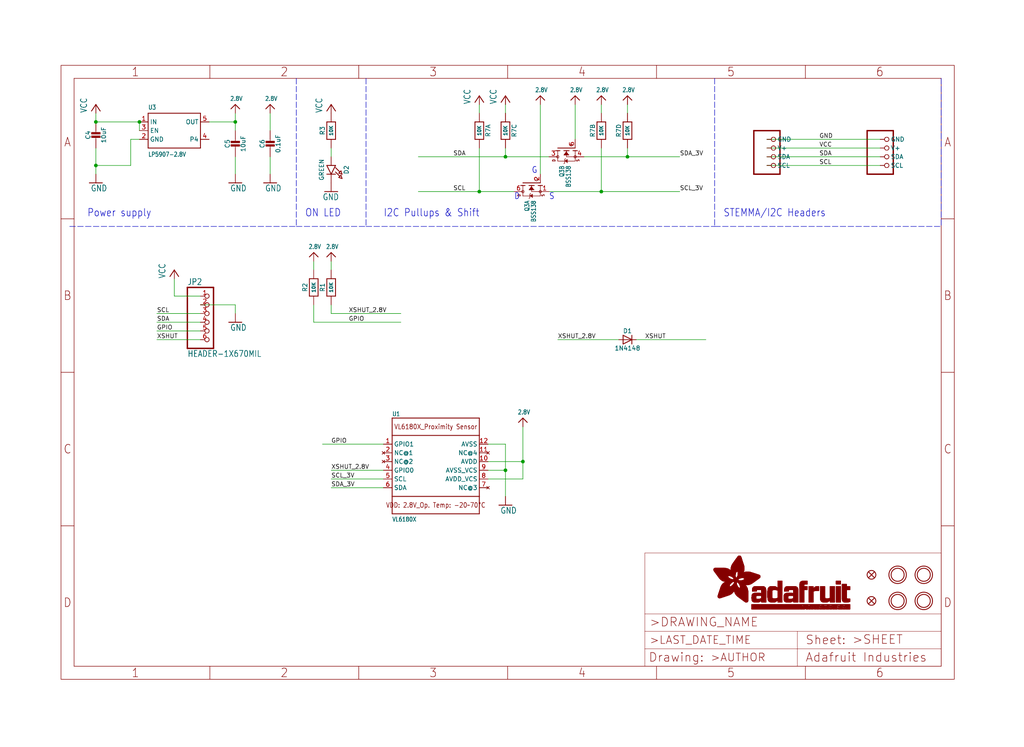
<source format=kicad_sch>
(kicad_sch (version 20211123) (generator eeschema)
  (paper "User" 298.45 217.881)
  (lib_symbols
    (symbol "Adafruit VL6180 Time of Flight Sensor-eagle-import:2.8V" (power)
      (property "Value" "2.8V" (at -1.524 1.016 0))
      (symbol "2.8V_1_0"
        (pin power_in line (at 0 -2.54 90) (length 2.54) (name "2.8V") (number "1"))
      )
    )
    (symbol "Adafruit VL6180 Time of Flight Sensor-eagle-import:CAP_CERAMIC0603_NO"
      (property "Reference" "C" (at -2.29 1.25 90))
      (property "Value" "CAP_CERAMIC0603_NO" (at 2.3 1.25 90))
      (symbol "CAP_CERAMIC0603_NO_1_0"
        (pin passive line (at 0 5.08 270) (length 2.54) (name "1") (number "1"))
        (pin passive line (at 0 -2.54 90) (length 2.54) (name "2") (number "2"))
      )
    )
    (symbol "Adafruit VL6180 Time of Flight Sensor-eagle-import:CAP_CERAMIC0805-NOOUTLINE"
      (property "Reference" "C" (at -2.29 1.25 90))
      (property "Value" "CAP_CERAMIC0805-NOOUTLINE" (at 2.3 1.25 90))
      (symbol "CAP_CERAMIC0805-NOOUTLINE_1_0"
        (pin passive line (at 0 5.08 270) (length 2.54) (name "1") (number "1"))
        (pin passive line (at 0 -2.54 90) (length 2.54) (name "2") (number "2"))
      )
    )
    (symbol "Adafruit VL6180 Time of Flight Sensor-eagle-import:DIODESOD-323"
      (property "Reference" "D" (at 0 2.54 0))
      (property "Value" "DIODESOD-323" (at 0 -2.5 0))
      (symbol "DIODESOD-323_1_0"
        (pin passive line (at -2.54 0 0) (length 2.54) (name "A") (number "A"))
        (pin passive line (at 2.54 0 180) (length 2.54) (name "C") (number "C"))
      )
    )
    (symbol "Adafruit VL6180 Time of Flight Sensor-eagle-import:FIDUCIAL_1MM")
    (symbol "Adafruit VL6180 Time of Flight Sensor-eagle-import:FRAME_A4_ADAFRUIT"
      (symbol "FRAME_A4_ADAFRUIT_0_0"
        (text "1" (at 21.6958 1.905 0) (effects (font (size 2.54 2.286))))
        (text "1" (at 21.6958 177.165 0) (effects (font (size 2.54 2.286))))
        (text "2" (at 65.0875 1.905 0) (effects (font (size 2.54 2.286))))
        (text "2" (at 65.0875 177.165 0) (effects (font (size 2.54 2.286))))
        (text "3" (at 108.4792 1.905 0) (effects (font (size 2.54 2.286))))
        (text "3" (at 108.4792 177.165 0) (effects (font (size 2.54 2.286))))
        (text "4" (at 151.8708 1.905 0) (effects (font (size 2.54 2.286))))
        (text "4" (at 151.8708 177.165 0) (effects (font (size 2.54 2.286))))
        (text "5" (at 195.2625 1.905 0) (effects (font (size 2.54 2.286))))
        (text "5" (at 195.2625 177.165 0) (effects (font (size 2.54 2.286))))
        (text "6" (at 238.6542 1.905 0) (effects (font (size 2.54 2.286))))
        (text "6" (at 238.6542 177.165 0) (effects (font (size 2.54 2.286))))
        (text "A" (at 1.905 156.6863 0) (effects (font (size 2.54 2.286))))
        (text "A" (at 258.445 156.6863 0) (effects (font (size 2.54 2.286))))
        (text "B" (at 1.905 111.9188 0) (effects (font (size 2.54 2.286))))
        (text "B" (at 258.445 111.9188 0) (effects (font (size 2.54 2.286))))
        (text "C" (at 1.905 67.1513 0) (effects (font (size 2.54 2.286))))
        (text "C" (at 258.445 67.1513 0) (effects (font (size 2.54 2.286))))
        (text "D" (at 1.905 22.3838 0) (effects (font (size 2.54 2.286))))
        (text "D" (at 258.445 22.3838 0) (effects (font (size 2.54 2.286))))
      )
      (symbol "FRAME_A4_ADAFRUIT_1_0"
        (text ">AUTHOR" (at 189.23 5.08 0) (effects (font (size 2.286 2.286)) (justify left bottom)))
        (text ">DRAWING_NAME" (at 171.45 15.24 0) (effects (font (size 2.54 2.54)) (justify left bottom)))
        (text ">LAST_DATE_TIME" (at 171.45 10.16 0) (effects (font (size 2.286 2.286)) (justify left bottom)))
        (text ">SHEET" (at 230.505 10.16 0) (effects (font (size 2.54 2.54)) (justify left bottom)))
        (text "Adafruit Industries" (at 216.916 4.953 0) (effects (font (size 2.54 2.54)) (justify left bottom)))
        (text "Drawing:" (at 171.196 4.953 0) (effects (font (size 2.54 2.54)) (justify left bottom)))
        (text "Sheet:" (at 216.916 10.033 0) (effects (font (size 2.54 2.54)) (justify left bottom)))
      )
    )
    (symbol "Adafruit VL6180 Time of Flight Sensor-eagle-import:GND" (power)
      (property "Value" "GND" (at -2.54 -2.54 0))
      (symbol "GND_1_0"
        (pin power_in line (at 0 2.54 270) (length 2.54) (name "GND") (number "1"))
      )
    )
    (symbol "Adafruit VL6180 Time of Flight Sensor-eagle-import:HEADER-1X670MIL"
      (property "Reference" "JP" (at -6.35 10.795 0))
      (property "Value" "HEADER-1X670MIL" (at -6.35 -10.16 0))
      (symbol "HEADER-1X670MIL_1_0"
        (pin passive inverted (at -2.54 7.62 0) (length 2.54) (name "1") (number "1"))
        (pin passive inverted (at -2.54 5.08 0) (length 2.54) (name "2") (number "2"))
        (pin passive inverted (at -2.54 2.54 0) (length 2.54) (name "3") (number "3"))
        (pin passive inverted (at -2.54 0 0) (length 2.54) (name "4") (number "4"))
        (pin passive inverted (at -2.54 -2.54 0) (length 2.54) (name "5") (number "5"))
        (pin passive inverted (at -2.54 -5.08 0) (length 2.54) (name "6") (number "6"))
      )
    )
    (symbol "Adafruit VL6180 Time of Flight Sensor-eagle-import:LED0603_NOOUTLINE"
      (property "Reference" "D" (at -1.27 4.445 0))
      (property "Value" "LED0603_NOOUTLINE" (at -1.27 -2.794 0))
      (symbol "LED0603_NOOUTLINE_1_0"
        (pin passive line (at -5.08 0 0) (length 2.54) (name "A") (number "A"))
        (pin passive line (at 2.54 0 180) (length 2.54) (name "C") (number "C"))
      )
    )
    (symbol "Adafruit VL6180 Time of Flight Sensor-eagle-import:MOSFET-N_DUAL"
      (property "Reference" "Q" (at 5.08 0.635 0))
      (property "Value" "MOSFET-N_DUAL" (at 5.08 -1.27 0))
      (symbol "MOSFET-N_DUAL_1_0"
        (text "D" (at 3.175 3.175 0) (effects (font (size 0.8128 0.6908)) (justify left bottom)))
        (text "G" (at -1.27 -1.905 0) (effects (font (size 0.8128 0.6908)) (justify left bottom)))
        (text "S" (at 3.175 -3.81 0) (effects (font (size 0.8128 0.6908)) (justify left bottom)))
        (pin bidirectional line (at 2.54 -5.08 90) (length 2.54) (name "S") (number "1"))
        (pin bidirectional line (at -2.54 -2.54 0) (length 2.54) (name "G") (number "2"))
        (pin bidirectional line (at 2.54 5.08 270) (length 2.54) (name "D") (number "6"))
      )
      (symbol "MOSFET-N_DUAL_2_0"
        (text "D" (at 3.175 3.175 0) (effects (font (size 0.8128 0.6908)) (justify left bottom)))
        (text "G" (at -1.27 -1.905 0) (effects (font (size 0.8128 0.6908)) (justify left bottom)))
        (text "S" (at 3.175 -3.81 0) (effects (font (size 0.8128 0.6908)) (justify left bottom)))
        (pin bidirectional line (at 2.54 5.08 270) (length 2.54) (name "D") (number "3"))
        (pin bidirectional line (at 2.54 -5.08 90) (length 2.54) (name "S") (number "4"))
        (pin bidirectional line (at -2.54 -2.54 0) (length 2.54) (name "G") (number "5"))
      )
    )
    (symbol "Adafruit VL6180 Time of Flight Sensor-eagle-import:MOUNTINGHOLE2.5")
    (symbol "Adafruit VL6180 Time of Flight Sensor-eagle-import:RESISTOR_0603_NOOUT"
      (property "Reference" "R" (at 0 2.54 0))
      (property "Value" "RESISTOR_0603_NOOUT" (at 0 0 0))
      (symbol "RESISTOR_0603_NOOUT_1_0"
        (pin passive line (at -5.08 0 0) (length 2.54) (name "1") (number "1"))
        (pin passive line (at 5.08 0 180) (length 2.54) (name "2") (number "2"))
      )
    )
    (symbol "Adafruit VL6180 Time of Flight Sensor-eagle-import:RESISTOR_4PACK"
      (property "Reference" "R" (at 0 2.54 0))
      (property "Value" "RESISTOR_4PACK" (at 0 0 0))
      (symbol "RESISTOR_4PACK_1_0"
        (pin passive line (at -5.08 0 0) (length 2.54) (name "1") (number "1"))
        (pin passive line (at 5.08 0 180) (length 2.54) (name "2") (number "8"))
      )
      (symbol "RESISTOR_4PACK_2_0"
        (pin passive line (at -5.08 0 0) (length 2.54) (name "1") (number "2"))
        (pin passive line (at 5.08 0 180) (length 2.54) (name "2") (number "7"))
      )
      (symbol "RESISTOR_4PACK_3_0"
        (pin passive line (at -5.08 0 0) (length 2.54) (name "1") (number "3"))
        (pin passive line (at 5.08 0 180) (length 2.54) (name "2") (number "6"))
      )
      (symbol "RESISTOR_4PACK_4_0"
        (pin passive line (at -5.08 0 0) (length 2.54) (name "1") (number "4"))
        (pin passive line (at 5.08 0 180) (length 2.54) (name "2") (number "5"))
      )
    )
    (symbol "Adafruit VL6180 Time of Flight Sensor-eagle-import:STEMMA_I2C_QT"
      (symbol "STEMMA_I2C_QT_1_0"
        (pin passive inverted (at 0 5.08 0) (length 2.54) (name "GND") (number "1"))
        (pin passive inverted (at 0 2.54 0) (length 2.54) (name "V+") (number "2"))
        (pin passive inverted (at 0 0 0) (length 2.54) (name "SDA") (number "3"))
        (pin passive inverted (at 0 -2.54 0) (length 2.54) (name "SCL") (number "4"))
      )
      (symbol "STEMMA_I2C_QT_2_0"
        (pin bidirectional line (at 0 0 0) (length 5.08) (name "MT") (number "MT1"))
      )
      (symbol "STEMMA_I2C_QT_3_0"
        (pin bidirectional line (at 0 0 0) (length 5.08) (name "MT") (number "MT2"))
      )
    )
    (symbol "Adafruit VL6180 Time of Flight Sensor-eagle-import:VCC" (power)
      (property "Value" "VCC" (at -2.54 -2.54 90))
      (symbol "VCC_1_0"
        (pin power_in line (at 0 -2.54 90) (length 2.54) (name "VCC") (number "1"))
      )
    )
    (symbol "Adafruit VL6180 Time of Flight Sensor-eagle-import:VL6180X"
      (property "Reference" "U" (at -12.7 13.1826 0))
      (property "Value" "VL6180X" (at -12.7 -17.5514 0))
      (symbol "VL6180X_1_0"
        (text "VDD: 2.8V_Op. Temp: -20~70°C" (at 0 -12.7 0) (effects (font (size 1.4224 1.209))))
        (text "VL6180X_Proximity Sensor" (at 0 10.16 0) (effects (font (size 1.4224 1.209))))
        (pin bidirectional line (at -15.24 5.08 0) (length 2.54) (name "GPIO1") (number "1"))
        (pin power_in line (at 15.24 0 180) (length 2.54) (name "AVDD") (number "10"))
        (pin no_connect line (at 15.24 2.54 180) (length 2.54) (name "NC@4") (number "11"))
        (pin power_in line (at 15.24 5.08 180) (length 2.54) (name "AVSS") (number "12"))
        (pin no_connect line (at -15.24 2.54 0) (length 2.54) (name "NC@1") (number "2"))
        (pin no_connect line (at -15.24 0 0) (length 2.54) (name "NC@2") (number "3"))
        (pin bidirectional line (at -15.24 -2.54 0) (length 2.54) (name "GPIO0") (number "4"))
        (pin input line (at -15.24 -5.08 0) (length 2.54) (name "SCL") (number "5"))
        (pin bidirectional line (at -15.24 -7.62 0) (length 2.54) (name "SDA") (number "6"))
        (pin no_connect line (at 15.24 -7.62 180) (length 2.54) (name "NC@3") (number "7"))
        (pin power_in line (at 15.24 -5.08 180) (length 2.54) (name "AVDD_VCS") (number "8"))
        (pin power_in line (at 15.24 -2.54 180) (length 2.54) (name "AVSS_VCS") (number "9"))
      )
    )
    (symbol "Adafruit VL6180 Time of Flight Sensor-eagle-import:VREG_SOT23-5"
      (property "Reference" "U" (at -7.62 6.096 0))
      (property "Value" "VREG_SOT23-5" (at -7.62 -7.62 0))
      (symbol "VREG_SOT23-5_1_0"
        (pin power_in line (at -10.16 2.54 0) (length 2.54) (name "IN") (number "1"))
        (pin power_in line (at -10.16 -2.54 0) (length 2.54) (name "GND") (number "2"))
        (pin input line (at -10.16 0 0) (length 2.54) (name "EN") (number "3"))
        (pin bidirectional line (at 10.16 -2.54 180) (length 2.54) (name "P4") (number "4"))
        (pin power_in line (at 10.16 2.54 180) (length 2.54) (name "OUT") (number "5"))
      )
    )
  )
  (junction (at 139.7 55.88))
  (junction (at 182.88 45.72))
  (junction (at 27.94 48.26))
  (junction (at 27.94 35.56))
  (junction (at 175.26 55.88))
  (junction (at 40.64 35.56))
  (junction (at 152.4 134.62))
  (junction (at 147.32 137.16))
  (junction (at 68.58 35.56))
  (junction (at 147.32 45.72))
  (wire (pts (xy 180.34 99.06) (xy 162.56 99.06)))
  (wire (pts (xy 116.84 93.98) (xy 91.44 93.98)))
  (wire (pts (xy 182.88 45.72) (xy 198.12 45.72)))
  (wire (pts (xy 147.32 43.18) (xy 147.32 45.72)))
  (wire (pts (xy 91.44 78.74) (xy 91.44 76.2)))
  (wire (pts (xy 68.58 88.9) (xy 68.58 91.44)))
  (wire (pts (xy 111.76 139.7) (xy 96.52 139.7)))
  (wire (pts (xy 111.76 129.54) (xy 93.98 129.54)))
  (wire (pts (xy 139.7 30.48) (xy 139.7 33.02)))
  (wire (pts (xy 175.26 55.88) (xy 198.12 55.88)))
  (wire (pts (xy 78.74 33.02) (xy 78.74 38.1)))
  (polyline (pts (xy 86.36 66.04) (xy 106.68 66.04)))
  (wire (pts (xy 139.7 43.18) (xy 139.7 55.88)))
  (polyline (pts (xy 20.32 66.04) (xy 86.36 66.04)))
  (wire (pts (xy 149.86 55.88) (xy 139.7 55.88)))
  (wire (pts (xy 175.26 43.18) (xy 175.26 55.88)))
  (wire (pts (xy 40.64 35.56) (xy 27.94 35.56)))
  (wire (pts (xy 223.52 43.18) (xy 256.54 43.18)))
  (wire (pts (xy 160.02 45.72) (xy 147.32 45.72)))
  (wire (pts (xy 205.74 99.06) (xy 185.42 99.06)))
  (wire (pts (xy 38.1 48.26) (xy 27.94 48.26)))
  (wire (pts (xy 256.54 45.72) (xy 223.52 45.72)))
  (wire (pts (xy 111.76 142.24) (xy 96.52 142.24)))
  (wire (pts (xy 91.44 93.98) (xy 91.44 88.9)))
  (polyline (pts (xy 106.68 66.04) (xy 208.28 66.04)))
  (wire (pts (xy 96.52 91.44) (xy 96.52 88.9)))
  (polyline (pts (xy 106.68 22.86) (xy 106.68 66.04)))
  (wire (pts (xy 58.42 99.06) (xy 45.72 99.06)))
  (wire (pts (xy 68.58 45.72) (xy 68.58 50.8)))
  (wire (pts (xy 40.64 40.64) (xy 38.1 40.64)))
  (wire (pts (xy 170.18 45.72) (xy 182.88 45.72)))
  (wire (pts (xy 139.7 55.88) (xy 121.92 55.88)))
  (wire (pts (xy 58.42 93.98) (xy 45.72 93.98)))
  (polyline (pts (xy 86.36 22.86) (xy 86.36 66.04)))
  (wire (pts (xy 175.26 33.02) (xy 175.26 30.48)))
  (wire (pts (xy 223.52 48.26) (xy 256.54 48.26)))
  (wire (pts (xy 142.24 137.16) (xy 147.32 137.16)))
  (wire (pts (xy 182.88 43.18) (xy 182.88 45.72)))
  (wire (pts (xy 50.8 86.36) (xy 50.8 81.28)))
  (wire (pts (xy 157.48 50.8) (xy 157.48 30.48)))
  (wire (pts (xy 27.94 48.26) (xy 27.94 43.18)))
  (wire (pts (xy 111.76 137.16) (xy 96.52 137.16)))
  (wire (pts (xy 142.24 129.54) (xy 147.32 129.54)))
  (wire (pts (xy 27.94 48.26) (xy 27.94 50.8)))
  (wire (pts (xy 256.54 40.64) (xy 223.52 40.64)))
  (wire (pts (xy 147.32 33.02) (xy 147.32 30.48)))
  (wire (pts (xy 58.42 91.44) (xy 45.72 91.44)))
  (wire (pts (xy 40.64 38.1) (xy 40.64 35.56)))
  (wire (pts (xy 182.88 33.02) (xy 182.88 30.48)))
  (polyline (pts (xy 208.28 22.86) (xy 208.28 66.04)))
  (polyline (pts (xy 274.32 22.86) (xy 274.32 66.04)))
  (wire (pts (xy 27.94 33.02) (xy 27.94 35.56)))
  (polyline (pts (xy 208.28 66.04) (xy 274.32 66.04)))
  (wire (pts (xy 147.32 129.54) (xy 147.32 137.16)))
  (wire (pts (xy 60.96 35.56) (xy 68.58 35.56)))
  (wire (pts (xy 147.32 45.72) (xy 121.92 45.72)))
  (wire (pts (xy 96.52 45.72) (xy 96.52 43.18)))
  (wire (pts (xy 147.32 137.16) (xy 147.32 144.78)))
  (wire (pts (xy 167.64 40.64) (xy 167.64 30.48)))
  (wire (pts (xy 160.02 55.88) (xy 175.26 55.88)))
  (wire (pts (xy 58.42 96.52) (xy 45.72 96.52)))
  (wire (pts (xy 68.58 35.56) (xy 68.58 33.02)))
  (wire (pts (xy 58.42 86.36) (xy 50.8 86.36)))
  (wire (pts (xy 152.4 134.62) (xy 152.4 124.46)))
  (wire (pts (xy 38.1 40.64) (xy 38.1 48.26)))
  (wire (pts (xy 96.52 78.74) (xy 96.52 76.2)))
  (wire (pts (xy 116.84 91.44) (xy 96.52 91.44)))
  (wire (pts (xy 142.24 139.7) (xy 152.4 139.7)))
  (wire (pts (xy 78.74 45.72) (xy 78.74 50.8)))
  (wire (pts (xy 68.58 35.56) (xy 68.58 38.1)))
  (wire (pts (xy 58.42 88.9) (xy 68.58 88.9)))
  (wire (pts (xy 152.4 139.7) (xy 152.4 134.62)))
  (wire (pts (xy 142.24 134.62) (xy 152.4 134.62)))
  (text "ON LED" (at 88.9 63.5 180) (effects (font (size 2.1844 1.8567)) (justify left bottom)))
  (text "STEMMA/I2C Headers" (at 210.82 63.5 180) (effects (font (size 2.1844 1.8567)) (justify left bottom)))
  (text "G" (at 154.94 50.8 180) (effects (font (size 1.778 1.5113)) (justify left bottom)))
  (text "D" (at 149.86 58.42 180) (effects (font (size 1.778 1.5113)) (justify left bottom)))
  (text "S" (at 160.02 58.42 180) (effects (font (size 1.778 1.5113)) (justify left bottom)))
  (text "Power supply" (at 25.4 63.5 180) (effects (font (size 2.1844 1.8567)) (justify left bottom)))
  (text "I2C Pullups & Shift" (at 111.76 63.5 180) (effects (font (size 2.1844 1.8567)) (justify left bottom)))
  (label "XSHUT" (at 187.96 99.06 0) (effects (font (size 1.2446 1.2446))))
  (label "SCL" (at 45.72 91.44 0) (effects (font (size 1.2446 1.2446))))
  (label "XSHUT_2.8V" (at 162.56 99.06 0) (effects (font (size 1.2446 1.2446))))
  (label "SCL" (at 132.08 55.88 0) (effects (font (size 1.2446 1.2446))))
  (label "GPIO" (at 101.6 93.98 0) (effects (font (size 1.2446 1.2446))))
  (label "SCL_3V" (at 198.12 55.88 0) (effects (font (size 1.2446 1.2446))))
  (label "SDA" (at 45.72 93.98 0) (effects (font (size 1.2446 1.2446))))
  (label "SCL" (at 238.76 48.26 0) (effects (font (size 1.2446 1.2446))))
  (label "XSHUT" (at 45.72 99.06 0) (effects (font (size 1.2446 1.2446))))
  (label "VCC" (at 238.76 43.18 0) (effects (font (size 1.2446 1.2446))))
  (label "GPIO" (at 45.72 96.52 0) (effects (font (size 1.2446 1.2446))))
  (label "SDA" (at 238.76 45.72 0) (effects (font (size 1.2446 1.2446))))
  (label "SDA_3V" (at 198.12 45.72 0) (effects (font (size 1.2446 1.2446))))
  (label "XSHUT_2.8V" (at 96.52 137.16 0) (effects (font (size 1.2446 1.2446))))
  (label "GPIO" (at 96.52 129.54 0) (effects (font (size 1.2446 1.2446))))
  (label "SCL_3V" (at 96.52 139.7 0) (effects (font (size 1.2446 1.2446))))
  (label "XSHUT_2.8V" (at 101.6 91.44 0) (effects (font (size 1.2446 1.2446))))
  (label "GND" (at 238.76 40.64 0) (effects (font (size 1.2446 1.2446))))
  (label "SDA" (at 132.08 45.72 0) (effects (font (size 1.2446 1.2446))))
  (label "SDA_3V" (at 96.52 142.24 0) (effects (font (size 1.2446 1.2446))))
  (symbol (lib_id "Adafruit VL6180 Time of Flight Sensor-eagle-import:VREG_SOT23-5") (at 50.8 38.1 0) (unit 1)
    (property "Reference" "U3" (at 43.18 32.004 0) (effects (font (size 1.27 1.0795)) (justify left bottom)))
    (property "Value" "LP5907-2.8V" (at 43.18 45.72 0) (effects (font (size 1.27 1.0795)) (justify left bottom)))
    (property "Footprint" "Adafruit VL6180 Time of Flight Sensor:SOT23-5" (effects hide))
  )
  (symbol (lib_id "Adafruit VL6180 Time of Flight Sensor-eagle-import:RESISTOR_0603_NOOUT") (at 91.44 83.82 90) (unit 1)
    (property "Reference" "R2" (at 88.9 83.82 0))
    (property "Value" "10K" (at 91.44 83.82 0) (effects (font (size 1.016 1.016) bold)))
    (property "Footprint" "Adafruit VL6180 Time of Flight Sensor:0603-NO" (effects hide))
  )
  (symbol (lib_id "Adafruit VL6180 Time of Flight Sensor-eagle-import:VCC") (at 147.32 27.94 0) (unit 1)
    (property "Reference" "#P+2" (effects hide))
    (property "Value" "VCC" (at 144.78 30.48 90) (effects (font (size 1.778 1.5113)) (justify left bottom)))
    (property "Footprint" "Adafruit VL6180 Time of Flight Sensor:" (effects hide))
  )
  (symbol (lib_id "Adafruit VL6180 Time of Flight Sensor-eagle-import:RESISTOR_0603_NOOUT") (at 96.52 38.1 90) (unit 1)
    (property "Reference" "R3" (at 93.98 38.1 0))
    (property "Value" "10K" (at 96.52 38.1 0) (effects (font (size 1.016 1.016) bold)))
    (property "Footprint" "Adafruit VL6180 Time of Flight Sensor:0603-NO" (effects hide))
  )
  (symbol (lib_id "Adafruit VL6180 Time of Flight Sensor-eagle-import:VCC") (at 50.8 78.74 0) (unit 1)
    (property "Reference" "#P+4" (effects hide))
    (property "Value" "VCC" (at 48.26 81.28 90) (effects (font (size 1.778 1.5113)) (justify left bottom)))
    (property "Footprint" "Adafruit VL6180 Time of Flight Sensor:" (effects hide))
  )
  (symbol (lib_id "Adafruit VL6180 Time of Flight Sensor-eagle-import:FRAME_A4_ADAFRUIT") (at 17.78 198.12 0) (unit 1)
    (property "Reference" "#U$32" (effects hide))
    (property "Value" "FRAME_A4_ADAFRUIT" (effects hide))
    (property "Footprint" "Adafruit VL6180 Time of Flight Sensor:" (effects hide))
  )
  (symbol (lib_id "Adafruit VL6180 Time of Flight Sensor-eagle-import:2.8V") (at 167.64 27.94 0) (unit 1)
    (property "Reference" "#U$25" (effects hide))
    (property "Value" "2.8V" (at 166.116 26.924 0) (effects (font (size 1.27 1.0795)) (justify left bottom)))
    (property "Footprint" "Adafruit VL6180 Time of Flight Sensor:" (effects hide))
  )
  (symbol (lib_id "Adafruit VL6180 Time of Flight Sensor-eagle-import:MOUNTINGHOLE2.5") (at 261.62 175.26 0) (unit 1)
    (property "Reference" "U$30" (effects hide))
    (property "Value" "MOUNTINGHOLE2.5" (effects hide))
    (property "Footprint" "Adafruit VL6180 Time of Flight Sensor:MOUNTINGHOLE_2.5_PLATED" (effects hide))
  )
  (symbol (lib_id "Adafruit VL6180 Time of Flight Sensor-eagle-import:STEMMA_I2C_QT") (at 223.52 45.72 0) (unit 1)
    (property "Reference" "CONN3" (effects hide))
    (property "Value" "STEMMA_I2C_QT" (effects hide))
    (property "Footprint" "Adafruit VL6180 Time of Flight Sensor:JST_SH4" (effects hide))
  )
  (symbol (lib_id "Adafruit VL6180 Time of Flight Sensor-eagle-import:RESISTOR_0603_NOOUT") (at 96.52 83.82 90) (unit 1)
    (property "Reference" "R1" (at 93.98 83.82 0))
    (property "Value" "10K" (at 96.52 83.82 0) (effects (font (size 1.016 1.016) bold)))
    (property "Footprint" "Adafruit VL6180 Time of Flight Sensor:0603-NO" (effects hide))
  )
  (symbol (lib_id "Adafruit VL6180 Time of Flight Sensor-eagle-import:HEADER-1X670MIL") (at 60.96 93.98 0) (unit 1)
    (property "Reference" "JP2" (at 54.61 83.185 0) (effects (font (size 1.778 1.5113)) (justify left bottom)))
    (property "Value" "HEADER-1X670MIL" (at 54.61 104.14 0) (effects (font (size 1.778 1.5113)) (justify left bottom)))
    (property "Footprint" "Adafruit VL6180 Time of Flight Sensor:1X06_ROUND_70" (effects hide))
  )
  (symbol (lib_id "Adafruit VL6180 Time of Flight Sensor-eagle-import:RESISTOR_4PACK") (at 182.88 38.1 90) (mirror x) (unit 4)
    (property "Reference" "R7" (at 180.34 38.1 0))
    (property "Value" "10K" (at 182.88 38.1 0) (effects (font (size 1.016 1.016) bold)))
    (property "Footprint" "Adafruit VL6180 Time of Flight Sensor:RESPACK_4X0603" (effects hide))
  )
  (symbol (lib_id "Adafruit VL6180 Time of Flight Sensor-eagle-import:DIODESOD-323") (at 182.88 99.06 0) (unit 1)
    (property "Reference" "D1" (at 182.88 96.52 0))
    (property "Value" "1N4148" (at 182.88 101.56 0))
    (property "Footprint" "Adafruit VL6180 Time of Flight Sensor:SOD-323" (effects hide))
  )
  (symbol (lib_id "Adafruit VL6180 Time of Flight Sensor-eagle-import:GND") (at 27.94 53.34 0) (unit 1)
    (property "Reference" "#U$19" (effects hide))
    (property "Value" "GND" (at 26.416 55.88 0) (effects (font (size 1.778 1.5113)) (justify left bottom)))
    (property "Footprint" "Adafruit VL6180 Time of Flight Sensor:" (effects hide))
  )
  (symbol (lib_id "Adafruit VL6180 Time of Flight Sensor-eagle-import:RESISTOR_4PACK") (at 147.32 38.1 270) (unit 3)
    (property "Reference" "R7" (at 149.86 38.1 0))
    (property "Value" "10K" (at 147.32 38.1 0) (effects (font (size 1.016 1.016) bold)))
    (property "Footprint" "Adafruit VL6180 Time of Flight Sensor:RESPACK_4X0603" (effects hide))
  )
  (symbol (lib_id "Adafruit VL6180 Time of Flight Sensor-eagle-import:2.8V") (at 91.44 73.66 0) (unit 1)
    (property "Reference" "#U$9" (effects hide))
    (property "Value" "2.8V" (at 89.916 72.644 0) (effects (font (size 1.27 1.0795)) (justify left bottom)))
    (property "Footprint" "Adafruit VL6180 Time of Flight Sensor:" (effects hide))
  )
  (symbol (lib_id "Adafruit VL6180 Time of Flight Sensor-eagle-import:VCC") (at 96.52 30.48 0) (unit 1)
    (property "Reference" "#P+5" (effects hide))
    (property "Value" "VCC" (at 93.98 33.02 90) (effects (font (size 1.778 1.5113)) (justify left bottom)))
    (property "Footprint" "Adafruit VL6180 Time of Flight Sensor:" (effects hide))
  )
  (symbol (lib_id "Adafruit VL6180 Time of Flight Sensor-eagle-import:GND") (at 68.58 53.34 0) (unit 1)
    (property "Reference" "#U$20" (effects hide))
    (property "Value" "GND" (at 67.056 55.88 0) (effects (font (size 1.778 1.5113)) (justify left bottom)))
    (property "Footprint" "Adafruit VL6180 Time of Flight Sensor:" (effects hide))
  )
  (symbol (lib_id "Adafruit VL6180 Time of Flight Sensor-eagle-import:VCC") (at 27.94 30.48 0) (unit 1)
    (property "Reference" "#P+3" (effects hide))
    (property "Value" "VCC" (at 25.4 33.02 90) (effects (font (size 1.778 1.5113)) (justify left bottom)))
    (property "Footprint" "Adafruit VL6180 Time of Flight Sensor:" (effects hide))
  )
  (symbol (lib_id "Adafruit VL6180 Time of Flight Sensor-eagle-import:2.8V") (at 68.58 30.48 0) (unit 1)
    (property "Reference" "#U$23" (effects hide))
    (property "Value" "2.8V" (at 67.056 29.464 0) (effects (font (size 1.27 1.0795)) (justify left bottom)))
    (property "Footprint" "Adafruit VL6180 Time of Flight Sensor:" (effects hide))
  )
  (symbol (lib_id "Adafruit VL6180 Time of Flight Sensor-eagle-import:FIDUCIAL_1MM") (at 254 167.64 0) (unit 1)
    (property "Reference" "FID4" (effects hide))
    (property "Value" "FIDUCIAL_1MM" (effects hide))
    (property "Footprint" "Adafruit VL6180 Time of Flight Sensor:FIDUCIAL_1MM" (effects hide))
  )
  (symbol (lib_id "Adafruit VL6180 Time of Flight Sensor-eagle-import:MOUNTINGHOLE2.5") (at 269.24 167.64 0) (unit 1)
    (property "Reference" "U$33" (effects hide))
    (property "Value" "MOUNTINGHOLE2.5" (effects hide))
    (property "Footprint" "Adafruit VL6180 Time of Flight Sensor:MOUNTINGHOLE_2.5_PLATED" (effects hide))
  )
  (symbol (lib_id "Adafruit VL6180 Time of Flight Sensor-eagle-import:MOSFET-N_DUAL") (at 154.94 53.34 90) (mirror x) (unit 1)
    (property "Reference" "Q3" (at 154.305 58.42 0) (effects (font (size 1.27 1.0795)) (justify left bottom)))
    (property "Value" "BSS138" (at 156.21 58.42 0) (effects (font (size 1.27 1.0795)) (justify left bottom)))
    (property "Footprint" "Adafruit VL6180 Time of Flight Sensor:SOT363" (effects hide))
  )
  (symbol (lib_id "Adafruit VL6180 Time of Flight Sensor-eagle-import:FIDUCIAL_1MM") (at 254 175.26 0) (unit 1)
    (property "Reference" "FID1" (effects hide))
    (property "Value" "FIDUCIAL_1MM" (effects hide))
    (property "Footprint" "Adafruit VL6180 Time of Flight Sensor:FIDUCIAL_1MM" (effects hide))
  )
  (symbol (lib_id "Adafruit VL6180 Time of Flight Sensor-eagle-import:2.8V") (at 152.4 121.92 0) (unit 1)
    (property "Reference" "#U$5" (effects hide))
    (property "Value" "2.8V" (at 150.876 120.904 0) (effects (font (size 1.27 1.0795)) (justify left bottom)))
    (property "Footprint" "Adafruit VL6180 Time of Flight Sensor:" (effects hide))
  )
  (symbol (lib_id "Adafruit VL6180 Time of Flight Sensor-eagle-import:RESISTOR_4PACK") (at 175.26 38.1 90) (mirror x) (unit 2)
    (property "Reference" "R7" (at 172.72 38.1 0))
    (property "Value" "10K" (at 175.26 38.1 0) (effects (font (size 1.016 1.016) bold)))
    (property "Footprint" "Adafruit VL6180 Time of Flight Sensor:RESPACK_4X0603" (effects hide))
  )
  (symbol (lib_id "Adafruit VL6180 Time of Flight Sensor-eagle-import:2.8V") (at 157.48 27.94 0) (unit 1)
    (property "Reference" "#U$24" (effects hide))
    (property "Value" "2.8V" (at 155.956 26.924 0) (effects (font (size 1.27 1.0795)) (justify left bottom)))
    (property "Footprint" "Adafruit VL6180 Time of Flight Sensor:" (effects hide))
  )
  (symbol (lib_id "Adafruit VL6180 Time of Flight Sensor-eagle-import:VL6180X") (at 127 134.62 0) (unit 1)
    (property "Reference" "U1" (at 114.3 121.4374 0) (effects (font (size 1.27 1.0795)) (justify left bottom)))
    (property "Value" "VL6180X" (at 114.3 152.1714 0) (effects (font (size 1.27 1.0795)) (justify left bottom)))
    (property "Footprint" "Adafruit VL6180 Time of Flight Sensor:VL6180" (effects hide))
  )
  (symbol (lib_id "Adafruit VL6180 Time of Flight Sensor-eagle-import:GND") (at 68.58 93.98 0) (unit 1)
    (property "Reference" "#U$22" (effects hide))
    (property "Value" "GND" (at 67.056 96.52 0) (effects (font (size 1.778 1.5113)) (justify left bottom)))
    (property "Footprint" "Adafruit VL6180 Time of Flight Sensor:" (effects hide))
  )
  (symbol (lib_id "Adafruit VL6180 Time of Flight Sensor-eagle-import:GND") (at 78.74 53.34 0) (unit 1)
    (property "Reference" "#U$21" (effects hide))
    (property "Value" "GND" (at 77.216 55.88 0) (effects (font (size 1.778 1.5113)) (justify left bottom)))
    (property "Footprint" "Adafruit VL6180 Time of Flight Sensor:" (effects hide))
  )
  (symbol (lib_id "Adafruit VL6180 Time of Flight Sensor-eagle-import:RESISTOR_4PACK") (at 139.7 38.1 270) (unit 1)
    (property "Reference" "R7" (at 142.24 38.1 0))
    (property "Value" "10K" (at 139.7 38.1 0) (effects (font (size 1.016 1.016) bold)))
    (property "Footprint" "Adafruit VL6180 Time of Flight Sensor:RESPACK_4X0603" (effects hide))
  )
  (symbol (lib_id "Adafruit VL6180 Time of Flight Sensor-eagle-import:2.8V") (at 96.52 73.66 0) (unit 1)
    (property "Reference" "#U$10" (effects hide))
    (property "Value" "2.8V" (at 94.996 72.644 0) (effects (font (size 1.27 1.0795)) (justify left bottom)))
    (property "Footprint" "Adafruit VL6180 Time of Flight Sensor:" (effects hide))
  )
  (symbol (lib_id "Adafruit VL6180 Time of Flight Sensor-eagle-import:CAP_CERAMIC0603_NO") (at 78.74 43.18 0) (unit 1)
    (property "Reference" "C6" (at 76.45 41.93 90))
    (property "Value" "0.1uF" (at 81.04 41.93 90))
    (property "Footprint" "Adafruit VL6180 Time of Flight Sensor:0603-NO" (effects hide))
  )
  (symbol (lib_id "Adafruit VL6180 Time of Flight Sensor-eagle-import:MOSFET-N_DUAL") (at 165.1 43.18 90) (mirror x) (unit 2)
    (property "Reference" "Q3" (at 164.465 48.26 0) (effects (font (size 1.27 1.0795)) (justify left bottom)))
    (property "Value" "BSS138" (at 166.37 48.26 0) (effects (font (size 1.27 1.0795)) (justify left bottom)))
    (property "Footprint" "Adafruit VL6180 Time of Flight Sensor:SOT363" (effects hide))
  )
  (symbol (lib_id "Adafruit VL6180 Time of Flight Sensor-eagle-import:2.8V") (at 175.26 27.94 0) (unit 1)
    (property "Reference" "#U$26" (effects hide))
    (property "Value" "2.8V" (at 173.736 26.924 0) (effects (font (size 1.27 1.0795)) (justify left bottom)))
    (property "Footprint" "Adafruit VL6180 Time of Flight Sensor:" (effects hide))
  )
  (symbol (lib_id "Adafruit VL6180 Time of Flight Sensor-eagle-import:CAP_CERAMIC0805-NOOUTLINE") (at 68.58 43.18 0) (unit 1)
    (property "Reference" "C5" (at 66.29 41.93 90))
    (property "Value" "10uF" (at 70.88 41.93 90))
    (property "Footprint" "Adafruit VL6180 Time of Flight Sensor:0805-NO" (effects hide))
  )
  (symbol (lib_id "Adafruit VL6180 Time of Flight Sensor-eagle-import:GND") (at 96.52 55.88 0) (unit 1)
    (property "Reference" "#GND6" (effects hide))
    (property "Value" "GND" (at 93.98 58.42 0) (effects (font (size 1.778 1.5113)) (justify left bottom)))
    (property "Footprint" "Adafruit VL6180 Time of Flight Sensor:" (effects hide))
  )
  (symbol (lib_id "Adafruit VL6180 Time of Flight Sensor-eagle-import:STEMMA_I2C_QT") (at 256.54 45.72 0) (unit 1)
    (property "Reference" "CONN4" (effects hide))
    (property "Value" "STEMMA_I2C_QT" (effects hide))
    (property "Footprint" "Adafruit VL6180 Time of Flight Sensor:JST_SH4" (effects hide))
  )
  (symbol (lib_id "Adafruit VL6180 Time of Flight Sensor-eagle-import:LED0603_NOOUTLINE") (at 96.52 50.8 270) (unit 1)
    (property "Reference" "D2" (at 100.965 49.53 0))
    (property "Value" "GREEN" (at 93.726 49.53 0))
    (property "Footprint" "Adafruit VL6180 Time of Flight Sensor:CHIPLED_0603_NOOUTLINE" (effects hide))
  )
  (symbol (lib_id "Adafruit VL6180 Time of Flight Sensor-eagle-import:CAP_CERAMIC0805-NOOUTLINE") (at 27.94 40.64 0) (unit 1)
    (property "Reference" "C4" (at 25.65 39.39 90))
    (property "Value" "10uF" (at 30.24 39.39 90))
    (property "Footprint" "Adafruit VL6180 Time of Flight Sensor:0805-NO" (effects hide))
  )
  (symbol (lib_id "Adafruit VL6180 Time of Flight Sensor-eagle-import:VCC") (at 139.7 27.94 0) (unit 1)
    (property "Reference" "#P+1" (effects hide))
    (property "Value" "VCC" (at 137.16 30.48 90) (effects (font (size 1.778 1.5113)) (justify left bottom)))
    (property "Footprint" "Adafruit VL6180 Time of Flight Sensor:" (effects hide))
  )
  (symbol (lib_id "Adafruit VL6180 Time of Flight Sensor-eagle-import:MOUNTINGHOLE2.5") (at 261.62 167.64 0) (unit 1)
    (property "Reference" "U$31" (effects hide))
    (property "Value" "MOUNTINGHOLE2.5" (effects hide))
    (property "Footprint" "Adafruit VL6180 Time of Flight Sensor:MOUNTINGHOLE_2.5_PLATED" (effects hide))
  )
  (symbol (lib_id "Adafruit VL6180 Time of Flight Sensor-eagle-import:GND") (at 147.32 147.32 0) (unit 1)
    (property "Reference" "#U$7" (effects hide))
    (property "Value" "GND" (at 145.796 149.86 0) (effects (font (size 1.778 1.5113)) (justify left bottom)))
    (property "Footprint" "Adafruit VL6180 Time of Flight Sensor:" (effects hide))
  )
  (symbol (lib_id "Adafruit VL6180 Time of Flight Sensor-eagle-import:2.8V") (at 78.74 30.48 0) (unit 1)
    (property "Reference" "#U$40" (effects hide))
    (property "Value" "2.8V" (at 77.216 29.464 0) (effects (font (size 1.27 1.0795)) (justify left bottom)))
    (property "Footprint" "Adafruit VL6180 Time of Flight Sensor:" (effects hide))
  )
  (symbol (lib_id "Adafruit VL6180 Time of Flight Sensor-eagle-import:2.8V") (at 182.88 27.94 0) (unit 1)
    (property "Reference" "#U$27" (effects hide))
    (property "Value" "2.8V" (at 181.356 26.924 0) (effects (font (size 1.27 1.0795)) (justify left bottom)))
    (property "Footprint" "Adafruit VL6180 Time of Flight Sensor:" (effects hide))
  )
  (symbol (lib_id "Adafruit VL6180 Time of Flight Sensor-eagle-import:MOUNTINGHOLE2.5") (at 269.24 175.26 0) (unit 1)
    (property "Reference" "U$34" (effects hide))
    (property "Value" "MOUNTINGHOLE2.5" (effects hide))
    (property "Footprint" "Adafruit VL6180 Time of Flight Sensor:MOUNTINGHOLE_2.5_PLATED" (effects hide))
  )
)
</source>
